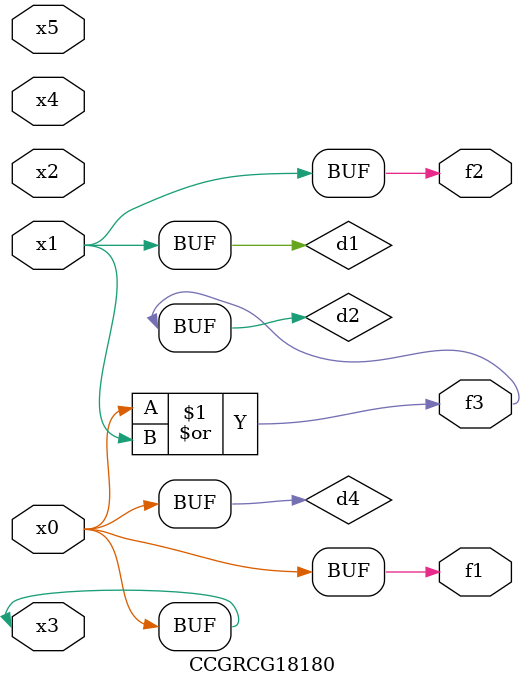
<source format=v>
module CCGRCG18180(
	input x0, x1, x2, x3, x4, x5,
	output f1, f2, f3
);

	wire d1, d2, d3, d4;

	and (d1, x1);
	or (d2, x0, x1);
	nand (d3, x0, x5);
	buf (d4, x0, x3);
	assign f1 = d4;
	assign f2 = d1;
	assign f3 = d2;
endmodule

</source>
